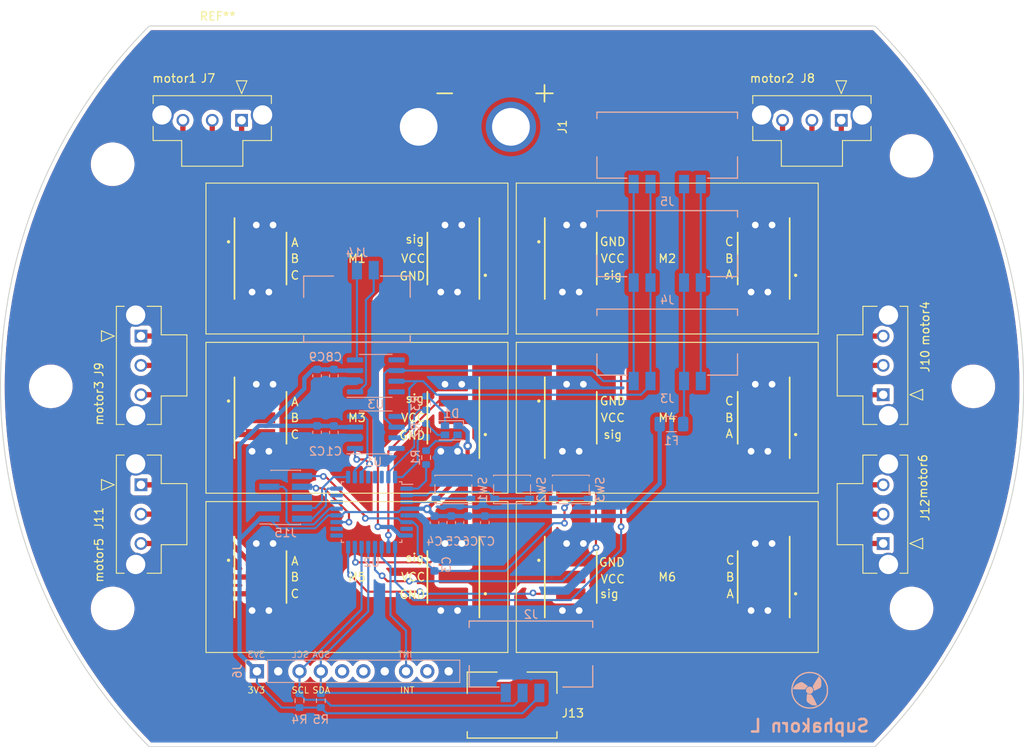
<source format=kicad_pcb>
(kicad_pcb (version 20211014) (generator pcbnew)
  (layers (0 "F.Cu" signal) (31 "B.Cu" signal) (34 "B.Paste" user) (35 "F.Paste" user) (36 "B.SilkS" user "B.Silkscreen") (37 "F.SilkS" user "F.Silkscreen") (38 "B.Mask" user) (39 "F.Mask" user) (44 "Edge.Cuts" user))
  (net 0 "")
  (net 1 "+3V3")
  (net 2 "GND")
  (net 3 "/RST")
  (net 4 "Net-(D1-Pad2)")
  (net 5 "Net-(D1-Pad3)")
  (net 6 "Net-(D1-Pad4)")
  (net 7 "Net-(F1-Pad2)")
  (net 8 "+BATT")
  (net 9 "/SDA")
  (net 10 "/SCL")
  (net 11 "/CANL")
  (net 12 "/CANH")
  (net 13 "Net-(J3-Pad1)")
  (net 14 "/EDA")
  (net 15 "/ECL")
  (net 16 "/INT")
  (net 17 "/NCS")
  (net 18 "Net-(J7-Pad1)")
  (net 19 "Net-(J7-Pad2)")
  (net 20 "Net-(J7-Pad3)")
  (net 21 "Net-(J8-Pad1)")
  (net 22 "Net-(J8-Pad2)")
  (net 23 "Net-(J8-Pad3)")
  (net 24 "Net-(J9-Pad1)")
  (net 25 "Net-(J9-Pad2)")
  (net 26 "Net-(J9-Pad3)")
  (net 27 "Net-(J10-Pad1)")
  (net 28 "Net-(J10-Pad2)")
  (net 29 "Net-(J10-Pad3)")
  (net 30 "Net-(J11-Pad1)")
  (net 31 "Net-(J11-Pad2)")
  (net 32 "Net-(J11-Pad3)")
  (net 33 "Net-(J12-Pad1)")
  (net 34 "Net-(J12-Pad2)")
  (net 35 "Net-(J12-Pad3)")
  (net 36 "/Jetson_CAN_TX")
  (net 37 "/Jetson_CAN_RX")
  (net 38 "/NOGGIN/SWDIO")
  (net 39 "/NOGGIN/SWCLK")
  (net 41 "/NOGGIN/RX")
  (net 42 "/NOGGIN/TX")
  (net 43 "/LED_B")
  (net 44 "/LED_G")
  (net 45 "/LED_R")
  (net 46 "/DBG2")
  (net 47 "/DBG1")
  (net 48 "/CAN_TX")
  (net 49 "/CAN_RX")
  (net 52 "/NOGGIN/PA0")
  (net 53 "/MOTOR1")
  (net 54 "/MOTOR2")
  (net 55 "/MOTOR3")
  (net 56 "/MOTOR4")
  (net 57 "/MOTOR5")
  (net 58 "/MOTOR6")
  (net 59 "/NOGGIN/PB15")
  (net 60 "/NOGGIN/PA8")
  (net 61 "/NOGGIN/PA11")
  (net 62 "/NOGGIN/PA12")
  (net 63 "/NOGGIN/PD2")
  (net 64 "/NOGGIN/PD3")
  (net 65 "/NOGGIN/PB6")
  (footprint "urbparts:ESCB_mate" (layer "F.Cu") (at 168.5 122.75 180)
    (fp_text reference "M6")
    (fp_text value "ESCB")
  )
  (footprint "urbparts:ESCB_mate" (layer "F.Cu") (at 131.5 122.75)
    (fp_text reference "M5")
    (fp_text value "ESCB")
  )
  (footprint "extraparts:Molex_UltraFit_Vert_3pin" (layer "F.Cu") (at 194.25 101 90)
    (fp_text reference "J10")
    (fp_text value "motor4")
  )
  (footprint "extraparts:Molex_UltraFit_Vert_3pin" (layer "F.Cu") (at 189.25 68.25 180)
    (fp_text reference "J8")
    (fp_text value "motor2")
  )
  (footprint "urbparts:disk_edgecut" (layer "F.Cu") (at 150 100)
    (fp_text reference "REF**")
    (fp_text value "disk")
    (fp_line (start -43.265 -43) (end 43.265 -43) (layer "Edge.Cuts") (width 0.12))
    (fp_line (start -43.265 43) (end 43.265 43) (layer "Edge.Cuts") (width 0.12))
    (fp_arc (start 43.265 -43) (mid 60.998854 0) (end 43.265 43) (layer "Edge.Cuts") (width 0.12))
    (fp_arc (start -43.265 43) (mid -60.998854 0) (end -43.265 -43) (layer "Edge.Cuts") (width 0.12))
  )
  (footprint "extraparts:Molex_UltraFit_Vert_3pin" (layer "F.Cu") (at 117.75 68.25 180)
    (fp_text reference "J7")
    (fp_text value "motor1")
  )
  (footprint "urbparts:Conn_XT90" (layer "F.Cu") (at 149.8625 69.0375 90)
    (fp_text reference "J1")
    (fp_text value "BatteryIn")
  )
  (footprint "urbparts:ESCB_mate" (layer "F.Cu") (at 131.5 103.75)
    (fp_text reference "M3")
    (fp_text value "ESCB")
  )
  (footprint "urbparts:ESCB_mate" (layer "F.Cu") (at 168.5 84.75 180)
    (fp_text reference "M2")
    (fp_text value "ESCB")
  )
  (footprint "extraparts:Molex_DuraClik_Vert_2pin" (layer "F.Cu") (at 150 141.965)
    (fp_text reference "J13")
    (fp_text value "JetsonPWR")
  )
  (footprint "extraparts:Molex_UltraFit_Vert_3pin" (layer "F.Cu") (at 105.746499 94 -90)
    (fp_text reference "J9")
    (fp_text value "motor3")
  )
  (footprint "extraparts:Molex_UltraFit_Vert_3pin" (layer "F.Cu") (at 194.246498 118.75 90)
    (fp_text reference "J12")
    (fp_text value "motor6")
  )
  (footprint "urbparts:ESCB_mate" (layer "F.Cu") (at 168.5 103.75 180)
    (fp_text reference "M4")
    (fp_text value "ESCB")
  )
  (footprint "urbparts:ESCB_mate" (layer "F.Cu") (at 131.5 84.75)
    (fp_text reference "M1")
    (fp_text value "ESCB")
  )
  (footprint "extraparts:Molex_UltraFit_Vert_3pin" (layer "F.Cu") (at 105.746498 111.75 -90)
    (fp_text reference "J11")
    (fp_text value "motor5")
  )
  (footprint "Package_SO:SOIC-8_3.9x4.9mm_P1.27mm" (layer "B.Cu") (at 133.75 105.5)
    (fp_text reference "U1")
    (fp_text value "TCAN330G")
  )
  (footprint "Resistor_SMD:R_0603_1608Metric" (layer "B.Cu") (at 124.65 137.5 90)
    (fp_text reference "R4")
    (fp_text value "2k2")
  )
  (footprint "Resistor_SMD:R_0603_1608Metric" (layer "B.Cu") (at 139.75 105.25 90)
    (fp_text reference "R2")
    (fp_text value "47")
  )
  (footprint "Capacitor_SMD:C_0603_1608Metric" (layer "B.Cu") (at 146.75 116.25 -90)
    (fp_text reference "C7")
    (fp_text value "4.7u")
  )
  (footprint "LED_SMD:LED_Cree-PLCC4_2x2mm_CW" (layer "B.Cu") (at 142.75 105.25 180)
    (fp_text reference "D1")
    (fp_text value "LED_ARGB")
  )
  (footprint "extraparts:Molex_DuraClik_Vert_5pin" (layer "B.Cu") (at 168.5 79.035)
    (fp_text reference "J4")
    (fp_text value "Spine")
  )
  (footprint "extraparts:auv_logo" (layer "B.Cu") (at 185.5 136.25 180)
    (fp_text reference "G***" hide)
    (fp_text value "LOGO" hide)
  )
  (footprint "Connector_PinHeader_1.27mm:PinHeader_2x05_P1.27mm_Vertical_SMD" (layer "B.Cu") (at 123 113.25)
    (fp_text reference "J15")
    (fp_text value "SWD_UART")
  )
  (footprint "Resistor_SMD:R_0603_1608Metric" (layer "B.Cu") (at 139.75 102 90)
    (fp_text reference "R3")
    (fp_text value "47")
  )
  (footprint "Fuse:Fuse_1206_3216Metric" (layer "B.Cu") (at 169 104.5)
    (fp_text reference "F1")
    (fp_text value "1A")
  )
  (footprint "Package_QFP:LQFP-32_7x7mm_P0.8mm" (layer "B.Cu") (at 133.25 115 180)
    (fp_text reference "U2")
    (fp_text value "STM32G0B1KxTxN")
  )
  (footprint "Capacitor_SMD:C_0603_1608Metric" (layer "B.Cu") (at 128.75 98.75 -90)
    (fp_text reference "C8")
    (fp_text value "100n")
  )
  (footprint "Button_Switch_SMD:SW_SPST_PTS810" (layer "B.Cu") (at 150 112.3)
    (fp_text reference "SW2")
    (fp_text value "DBG1")
  )
  (footprint "extraparts:Molex_DuraClik_Vert_5pin" (layer "B.Cu") (at 168.5 67.285)
    (fp_text reference "J5")
    (fp_text value "Spine")
  )
  (footprint "Connector_PinHeader_2.54mm:PinHeader_1x10_P2.54mm_Vertical" (layer "B.Cu") (at 119.575 134 -90)
    (fp_text reference "J6")
    (fp_text value "IMU")
  )
  (footprint "Capacitor_SMD:C_0603_1608Metric" (layer "B.Cu") (at 126.75 98.75 -90)
    (fp_text reference "C9")
    (fp_text value "4.7u")
  )
  (footprint "Package_SO:SOIC-8_3.9x4.9mm_P1.27mm" (layer "B.Cu") (at 133.75 98.75)
    (fp_text reference "U3")
    (fp_text value "TCAN330G")
  )
  (footprint "Resistor_SMD:R_0603_1608Metric" (layer "B.Cu") (at 139.75 108.5 90)
    (fp_text reference "R1")
    (fp_text value "47")
  )
  (footprint "Capacitor_SMD:C_0603_1608Metric" (layer "B.Cu") (at 128.75 105.5 -90)
    (fp_text reference "C1")
    (fp_text value "100n")
  )
  (footprint "extraparts:Molex_DuraClik_Vert_5pin" (layer "B.Cu") (at 168.5 90.785)
    (fp_text reference "J3")
    (fp_text value "Spine")
  )
  (footprint "Capacitor_SMD:C_0603_1608Metric" (layer "B.Cu") (at 142.75 116.25 -90)
    (fp_text reference "C5")
    (fp_text value "4.7u")
  )
  (footprint "Resistor_SMD:R_0603_1608Metric" (layer "B.Cu") (at 127.2 137.5 90)
    (fp_text reference "R5")
    (fp_text value "2k2")
  )
  (footprint "Button_Switch_SMD:SW_SPST_PTS810" (layer "B.Cu") (at 157 112.3)
    (fp_text reference "SW3")
    (fp_text value "RST")
  )
  (footprint "Button_Switch_SMD:SW_SPST_PTS810" (layer "B.Cu") (at 143 112.3)
    (fp_text reference "SW1")
    (fp_text value "DBG2")
  )
  (footprint "extraparts:Molex_DuraClik_Vert_3pin" (layer "B.Cu") (at 131.5 94.715 180)
    (fp_text reference "J14")
    (fp_text value "JetsonCAN")
  )
  (footprint "Capacitor_SMD:C_0603_1608Metric" (layer "B.Cu") (at 126.75 105.48 -90)
    (fp_text reference "C2")
    (fp_text value "4.7u")
  )
  (footprint "extraparts:Molex_DuraClik_Vert_4pin" (layer "B.Cu") (at 152.25 128)
    (fp_text reference "J2")
    (fp_text value "I2C")
  )
  (footprint "Capacitor_SMD:C_0603_1608Metric" (layer "B.Cu") (at 144.75 116.25 -90)
    (fp_text reference "C6")
    (fp_text value "100n")
  )
  (footprint "Capacitor_SMD:C_0603_1608Metric" (layer "B.Cu") (at 140.75 116.25 -90)
    (fp_text reference "C4")
    (fp_text value "100n")
  )
  (footprint "Capacitor_SMD:C_0603_1608Metric" (layer "B.Cu") (at 140.75 121.25 90)
    (fp_text reference "C3")
    (fp_text value "100n")
  )
  (gr_text "INT" (at 137.25 132) (layer "B.SilkS") (effects (font (size 0.75 0.75) (thickness 0.1)) (justify mirror)))
  (gr_text "Suphakorn L" (at 185.5 140.5) (layer "B.SilkS") (effects (font (size 1.5 1.5) (thickness 0.3)) (justify mirror)))
  (gr_text "SCL" (at 124.75 132) (layer "B.SilkS") (effects (font (size 0.75 0.75) (thickness 0.1)) (justify mirror)))
  (gr_text "3V3" (at 119.5 132) (layer "B.SilkS") (effects (font (size 0.75 0.75) (thickness 0.1)) (justify mirror)))
  (gr_text "SDA" (at 127.25 132) (layer "B.SilkS") (effects (font (size 0.75 0.75) (thickness 0.1)) (justify mirror)))
  (gr_text "3V3" (at 119.5 136.25) (layer "F.SilkS") (effects (font (size 0.75 0.75) (thickness 0.1))))
  (gr_text "INT" (at 137.5 136.25) (layer "F.SilkS") (effects (font (size 0.75 0.75) (thickness 0.1))))
  (gr_text "SCL" (at 124.75 136.25) (layer "F.SilkS") (effects (font (size 0.75 0.75) (thickness 0.1))))
  (gr_text "SDA" (at 127.25 136.25) (layer "F.SilkS") (effects (font (size 0.75 0.75) (thickness 0.1))))
  (segment (start 144.700367 107.107502) (end 144.700367 109.809133) (width 0.508) (layer "F.Cu") (net 1))
  (segment (start 144.700367 109.809133) (end 139.875 114.6345) (width 0.508) (layer "F.Cu") (net 1))
  (via (at 144.700367 107.107502) (size 1.016) (drill 0.508) (layers "F.Cu" "B.Cu") (net 1))
  (via (at 139.875 114.6345) (size 1.016) (drill 0.508) (layers "F.Cu" "B.Cu") (net 1))
  (segment (start 137.425 114.6) (end 139.875 114.6) (width 0.508) (layer "B.Cu") (net 1))
  (segment (start 120.478742 104.705) (end 126.75 104.705) (width 0.508) (layer "B.Cu") (net 1))
  (segment (start 136.836455 114.6) (end 137.425 114.6) (width 0.254) (layer "B.Cu") (net 1))
  (segment (start 126.275 97.975) (end 126.75 97.975) (width 0.508) (layer "B.Cu") (net 1))
  (segment (start 144.700367 107.107502) (end 144.700367 105.450367) (width 0.508) (layer "B.Cu") (net 1))
  (segment (start 127.875 139) (end 127.2 138.325) (width 0.254) (layer "B.Cu") (net 1))
  (segment (start 153.25 137) (end 151.25 139) (width 0.254) (layer "B.Cu") (net 1))
  (segment (start 136.436455 115) (end 136.836455 114.6) (width 0.254) (layer "B.Cu") (net 1))
  (segment (start 119.575 135.375) (end 119.575 134) (width 0.254) (layer "B.Cu") (net 1))
  (segment (start 128.89 104.865) (end 128.75 104.725) (width 0.508) (layer "B.Cu") (net 1))
  (segment (start 125.2275 99.0225) (end 126.275 97.975) (width 0.508) (layer "B.Cu") (net 1))
  (segment (start 117.5 107) (end 119.795 104.705) (width 0.508) (layer "B.Cu") (net 1))
  (segment (start 126.77 104.725) (end 126.75 104.705) (width 0.508) (layer "B.Cu") (net 1))
  (segment (start 167.6 111.6) (end 167.6 104.5) (width 0.508) (layer "B.Cu") (net 1))
  (segment (start 127.2 138.325) (end 124.65 138.325) (width 0.254) (layer "B.Cu") (net 1))
  (segment (start 142.75 115.475) (end 144.75 115.475) (width 0.508) (layer "B.Cu") (net 1))
  (segment (start 128.75 97.975) (end 126.75 97.975) (width 0.508) (layer "B.Cu") (net 1))
  (segment (start 117.5 131.925) (end 117.5 118.25) (width 0.508) (layer "B.Cu") (net 1))
  (segment (start 146.75 115.475) (end 163.725 115.475) (width 0.508) (layer "B.Cu") (net 1))
  (segment (start 129.663545 115.4) (end 130.063545 115) (width 0.254) (layer "B.Cu") (net 1))
  (segment (start 131.275 98.115) (end 128.89 98.115) (width 0.508) (layer "B.Cu") (net 1))
  (segment (start 144.700367 105.450367) (end 143.95 104.7) (width 0.508) (layer "B.Cu") (net 1))
  (segment (start 124.65 138.325) (end 122.525 138.325) (width 0.254) (layer "B.Cu") (net 1))
  (segment (start 122.200031 116.940031) (end 121.05 115.79) (width 0.254) (layer "B.Cu") (net 1))
  (segment (start 143.95 104.7) (end 143.5 104.7) (width 0.508) (layer "B.Cu") (net 1))
  (segment (start 128.75 104.725) (end 126.77 104.725) (width 0.508) (layer "B.Cu") (net 1))
  (segment (start 128.066374 115.4) (end 126.526343 116.940031) (width 0.254) (layer "B.Cu") (net 1))
  (segment (start 117.5 118.25) (end 117.5 107) (width 0.508) (layer "B.Cu") (net 1))
  (segment (start 120.478742 104.705) (end 120.795 104.705) (width 0.508) (layer "B.Cu") (net 1))
  (segment (start 119.96 115.79) (end 117.5 118.25) (width 0.508) (layer "B.Cu") (net 1))
  (segment (start 121.05 115.79) (end 119.96 115.79) (width 0.508) (layer "B.Cu") (net 1))
  (segment (start 129.075 115.4) (end 128.066374 115.4) (width 0.254) (layer "B.Cu") (net 1))
  (segment (start 120.795 104.705) (end 125.2275 100.2725) (width 0.508) (layer "B.Cu") (net 1))
  (segment (start 122.525 138.325) (end 119.575 135.375) (width 0.254) (layer "B.Cu") (net 1))
  (segment (start 139.875 114.6) (end 140.75 115.475) (width 0.508) (layer "B.Cu") (net 1))
  (segment (start 140.75 115.475) (end 142.75 115.475) (width 0.508) (layer "B.Cu") (net 1))
  (segment (start 125.2275 100.2725) (end 125.2275 99.0225) (width 0.508) (layer "B.Cu") (net 1))
  (segment (start 151.25 139) (end 127.875 139) (width 0.254) (layer "B.Cu") (net 1))
  (segment (start 153.25 136.58) (end 153.25 137) (width 0.254) (layer "B.Cu") (net 1))
  (segment (start 131.135 97.975) (end 131.275 98.115) (width 0.254) (layer "B.Cu") (net 1))
  (segment (start 128.89 98.115) (end 128.75 97.975) (width 0.508) (layer "B.Cu") (net 1))
  (segment (start 130.063545 115) (end 136.436455 115) (width 0.254) (layer "B.Cu") (net 1))
  (segment (start 119.795 104.705) (end 120.478742 104.705) (width 0.508) (layer "B.Cu") (net 1))
  (segment (start 129.075 115.4) (end 129.663545 115.4) (width 0.254) (layer "B.Cu") (net 1))
  (segment (start 126.526343 116.940031) (end 122.200031 116.940031) (width 0.254) (layer "B.Cu") (net 1))
  (segment (start 144.75 115.475) (end 146.75 115.475) (width 0.508) (layer "B.Cu") (net 1))
  (segment (start 131.275 104.865) (end 128.89 104.865) (width 0.508) (layer "B.Cu") (net 1))
  (segment (start 119.575 134) (end 117.5 131.925) (width 0.508) (layer "B.Cu") (net 1))
  (segment (start 163.725 115.475) (end 167.6 111.6) (width 0.508) (layer "B.Cu") (net 1))
  (segment (start 137.425 115.4) (end 139.125 115.4) (width 0.508) (layer "B.Cu") (net 2))
  (segment (start 140.75 120.475) (end 140.75 117.025) (width 0.508) (layer "B.Cu") (net 2))
  (segment (start 142.75 117.025) (end 144.75 117.025) (width 0.508) (layer "B.Cu") (net 2))
  (segment (start 140.75 117.025) (end 142.75 117.025) (width 0.508) (layer "B.Cu") (net 2))
  (segment (start 139.125 115.4) (end 140.75 117.025) (width 0.508) (layer "B.Cu") (net 2))
  (segment (start 146.75 117.025) (end 144.75 117.025) (width 0.508) (layer "B.Cu") (net 2))
  (segment (start 127.75 110.75) (end 127.5 110.75) (width 0.254) (layer "F.Cu") (net 3))
  (segment (start 156.25 116.3285) (end 156.25 114.5) (width 0.254) (layer "F.Cu") (net 3))
  (segment (start 132.5 115.5) (end 127.75 110.75) (width 0.254) (layer "F.Cu") (net 3))
  (segment (start 132.5 115.75) (end 132.5 115.5) (width 0.254) (layer "F.Cu") (net 3))
  (via (at 132.5 115.75) (size 0.8) (drill 0.4) (layers "F.Cu" "B.Cu") (net 3))
  (via (at 156.25 116.3285) (size 0.8) (drill 0.4) (layers "F.Cu" "B.Cu") (net 3))
  (via (at 156.25 114.5) (size 0.8) (drill 0.4) (layers "F.Cu" "B.Cu") (net 3))
  (via (at 127.5 110.75) (size 0.8) (drill 0.4) (layers "F.Cu" "B.Cu") (net 3))
  (segment (start 149.225 122.025) (end 140.75 122.025) (width 0.254) (layer "B.Cu") (net 3))
  (segment (start 154.925 113.375) (end 159.075 113.375) (width 0.254) (layer "B.Cu") (net 3))
  (segment (start 136.386455 115.75) (end 136.836455 116.2) (width 0.254) (layer "B.Cu") (net 3))
  (segment (start 157.375 113.375) (end 159.075 113.375) (width 0.254) (layer "B.Cu") (net 3))
  (segment (start 138.75 116.75) (end 138.2 116.2) (width 0.254) (layer "B.Cu") (net 3))
  (segment (start 138.2 116.2) (end 137.425 116.2) (width 0.254) (layer "B.Cu") (net 3))
  (segment (start 124.95 110.71) (end 127.46 110.71) (width 0.254) (layer "B.Cu") (net 3))
  (segment (start 140.75 122.025) (end 138.75 120.025) (width 0.254) (layer "B.Cu") (net 3))
  (segment (start 132.5 115.75) (end 136.386455 115.75) (width 0.254) (layer "B.Cu") (net 3))
  (segment (start 138.75 120.025) (end 138.75 116.75) (width 0.254) (layer "B.Cu") (net 3))
  (segment (start 156.25 114.5) (end 157.375 113.375) (width 0.254) (layer "B.Cu") (net 3))
  (segment (start 127.46 110.71) (end 127.5 110.75) (width 0.254) (layer "B.Cu") (net 3))
  (segment (start 136.836455 116.2) (end 137.425 116.2) (width 0.254) (layer "B.Cu") (net 3))
  (segment (start 156.25 116.3285) (end 154.9215 116.3285) (width 0.254) (layer "B.Cu") (net 3))
  (segment (start 154.9215 116.3285) (end 149.225 122.025) (width 0.254) (layer "B.Cu") (net 3))
  (segment (start 142 103.25) (end 142 104.7) (width 0.254) (layer "B.Cu") (net 4))
  (segment (start 142 103.25) (end 139.925 101.175) (width 0.254) (layer "B.Cu") (net 4))
  (segment (start 139.925 101.175) (end 139.75 101.175) (width 0.254) (layer "B.Cu") (net 4))
  (segment (start 139.75 101.175) (end 139.75 101.2) (width 0.254) (layer "B.Cu") (net 4))
  (segment (start 142 105.8) (end 141.125 105.8) (width 0.254) (layer "B.Cu") (net 5))
  (segment (start 141.125 105.8) (end 139.75 104.425) (width 0.254) (layer "B.Cu") (net 5))
  (segment (start 143.5 105.8) (end 143.45 105.8) (width 0.254) (layer "B.Cu") (net 6))
  (segment (start 142.723489 106.526511) (end 140.898489 106.526511) (width 0.254) (layer "B.Cu") (net 6))
  (segment (start 143.45 105.8) (end 142.723489 106.526511) (width 0.254) (layer "B.Cu") (net 6))
  (segment (start 140.898489 106.526511) (end 139.75 107.675) (width 0.254) (layer "B.Cu") (net 6))
  (segment (start 170.5 99.365) (end 170.5 87.615) (width 0.254) (layer "B.Cu") (net 7))
  (segment (start 170.5 87.615) (end 170.5 75.865) (width 0.254) (layer "B.Cu") (net 7))
  (segment (start 170.5 104.4) (end 170.5 99.365) (width 0.254) (layer "B.Cu") (net 7))
  (segment (start 170.4 104.5) (end 170.5 104.4) (width 0.254) (layer "B.Cu") (net 7))
  (segment (start 132.85 119.175) (end 132.85 126.85) (width 0.254) (layer "B.Cu") (net 9))
  (segment (start 127.195 136.67) (end 127.2 136.675) (width 0.254) (layer "B.Cu") (net 9))
  (segment (start 127.195 132.505) (end 127.195 134) (width 0.254) (layer "B.Cu") (net 9))
  (segment (start 127.195 134) (end 127.195 136.67) (width 0.254) (layer "B.Cu") (net 9))
  (segment (start 132.85 126.85) (end 127.195 132.505) (width 0.254) (layer "B.Cu") (net 9))
  (segment (start 127.295 136.58) (end 127.2 136.675) (width 0.254) (layer "B.Cu") (net 9))
  (segment (start 149.25 136.58) (end 127.295 136.58) (width 0.254) (layer "B.Cu") (net 9))
  (segment (start 132.05 119.175) (end 132.05 126.605) (width 0.254) (layer "B.Cu") (net 10))
  (segment (start 125.37652 137.40152) (end 124.65 136.675) (width 0.254) (layer "B.Cu") (net 10))
  (segment (start 127.693091 137.40152) (end 125.37652 137.40152) (width 0.254) (layer "B.Cu") (net 10))
  (segment (start 124.655 134) (end 124.655 136.67) (width 0.254) (layer "B.Cu") (net 10))
  (segment (start 151.25 136.58) (end 151.25 137.08) (width 0.254) (layer "B.Cu") (net 10))
  (segment (start 151.25 137.08) (end 150.23 138.1) (width 0.254) (layer "B.Cu") (net 10))
  (segment (start 150.23 138.1) (end 128.391571 138.1) (width 0.254) (layer "B.Cu") (net 10))
  (segment (start 132.05 126.605) (end 124.655 134) (width 0.254) (layer "B.Cu") (net 10))
  (segment (start 128.391571 138.1) (end 127.693091 137.40152) (width 0.254) (layer "B.Cu") (net 10))
  (segment (start 124.655 136.67) (end 124.65 136.675) (width 0.254) (layer "B.Cu") (net 10))
  (segment (start 134.75 103.768901) (end 134.75 98.5) (width 0.254) (layer "B.Cu") (net 11))
  (segment (start 159.615 98.115) (end 160.865 99.365) (width 0.254) (layer "B.Cu") (net 11))
  (segment (start 134.75 98.5) (end 135.135 98.115) (width 0.254) (layer "B.Cu") (net 11))
  (segment (start 135.846099 104.865) (end 134.75 103.768901) (width 0.254) (layer "B.Cu") (net 11))
  (segment (start 164.5 99.365) (end 164.5 87.615) (width 0.254) (layer "B.Cu") (net 11))
  (segment (start 164.5 75.865) (end 164.5 87.615) (width 0.254) (layer "B.Cu") (net 11))
  (segment (start 136.225 104.865) (end 135.846099 104.865) (width 0.254) (layer "B.Cu") (net 11))
  (segment (start 160.865 99.365) (end 164.5 99.365) (width 0.254) (layer "B.Cu") (net 11))
  (segment (start 135.135 98.115) (end 136.225 98.115) (width 0.254) (layer "B.Cu") (net 11))
  (segment (start 136.225 98.115) (end 159.615 98.115) (width 0.254) (layer "B.Cu") (net 11))
  (segment (start 141 101) (end 165.365 101) (width 0.254) (layer "B.Cu") (net 12))
  (segment (start 136.225 99.385) (end 138.865 99.385) (width 0.254) (layer "B.Cu") (net 12))
  (segment (start 136.225 106.135) (end 136.615 106.135) (width 0.254) (layer "B.Cu") (net 12))
  (segment (start 165.365 101) (end 166.5 99.865) (width 0.254) (layer "B.Cu") (net 12))
  (segment (start 138.865 99.385) (end 139.385 99.385) (width 0.254) (layer "B.Cu") (net 12))
  (segment (start 139.385 99.385) (end 141 101) (width 0.254) (layer "B.Cu") (net 12))
  (segment (start 138.615 99.385) (end 138.865 99.385) (width 0.254) (layer "B.Cu") (net 12))
  (segment (start 137.75 100.25) (end 138.615 99.385) (width 0.254) (layer "B.Cu") (net 12))
  (segment (start 166.5 99.865) (end 166.5 99.365) (width 0.254) (layer "B.Cu") (net 12))
  (segment (start 137.75 105) (end 137.75 100.25) (width 0.254) (layer "B.Cu") (net 12))
  (segment (start 166.5 99.365) (end 166.5 87.615) (width 0.254) (layer "B.Cu") (net 12))
  (segment (start 136.615 106.135) (end 137.75 105) (width 0.254) (layer "B.Cu") (net 12))
  (segment (start 166.5 87.615) (end 166.5 75.865) (width 0.254) (layer "B.Cu") (net 12))
  (segment (start 172.5 99.365) (end 172.5 87.615) (width 0.254) (layer "B.Cu") (net 13))
  (segment (start 172.5 87.615) (end 172.5 75.865) (width 0.254) (layer "B.Cu") (net 13))
  (segment (start 134.45 119.175) (end 134.45 120.45) (width 0.254) (layer "B.Cu") (net 16))
  (segment (start 135.5 121.5) (end 135.5 127.3) (width 0.254) (layer "B.Cu") (net 16))
  (segment (start 135.5 127.3) (end 137.355 129.155) (width 0.254) (layer "B.Cu") (net 16))
  (segment (start 137.355 129.155) (end 137.355 134) (width 0.254) (layer "B.Cu") (net 16))
  (segment (start 134.45 120.45) (end 135.5 121.5) (width 0.254) (layer "B.Cu") (net 16))
  (segment (start 117.75 81.6) (end 117.75 68.25) (width 0.635) (layer "F.Cu") (net 18))
  (segment (start 118.9 82.75) (end 117.75 81.6) (width 0.635) (layer "F.Cu") (net 18))
  (segment (start 120 82.75) (end 118.9 82.75) (width 0.635) (layer "F.Cu") (net 18))
  (segment (start 120 84.75) (end 118.25 84.75) (width 0.635) (layer "F.Cu") (net 19))
  (segment (start 114.249999 80.749999) (end 114.249999 68.25) (width 0.635) (layer "F.Cu") (net 19))
  (segment (start 118.25 84.75) (end 114.249999 80.749999) (width 0.635) (layer "F.Cu") (net 19))
  (segment (start 110.749999 79.884999) (end 110.749999 68.25) (width 0.635) (layer "F.Cu") (net 20))
  (segment (start 120 86.75) (end 117.615 86.75) (width 0.635) (layer "F.Cu") (net 20))
  (segment (start 117.615 86.75) (end 110.749999 79.884999) (width 0.635) (layer "F.Cu") (net 20))
  (segment (start 189.25 79.885) (end 189.25 68.25) (width 0.635) (layer "F.Cu") (net 21))
  (segment (start 182.385 86.75) (end 189.25 79.885) (width 0.635) (layer "F.Cu") (net 21))
  (segment (start 180 86.75) (end 182.385 86.75) (width 0.635) (layer "F.Cu") (net 21))
  (segment (start 182.385 84.75) (end 185.749999 81.385001) (width 0.635) (layer "F.Cu") (net 22))
  (segment (start 180 84.75) (end 182.385 84.75) (width 0.635) (layer "F.Cu") (net 22))
  (segment (start 185.749999 81.385001) (end 185.749999 68.25) (width 0.635) (layer "F.Cu") (net 22))
  (segment (start 181.1 82.75) (end 182.249999 81.600001) (width 0.635) (layer "F.Cu") (net 23))
  (segment (start 182.249999 81.600001) (end 182.249999 68.25) (width 0.635) (layer "F.Cu") (net 23))
  (segment (start 180 82.75) (end 181.1 82.75) (width 0.635) (layer "F.Cu") (net 23))
  (segment (start 109.75 94) (end 105.746499 94) (width 0.635) (layer "F.Cu") (net 24))
  (segment (start 117.5 101.75) (end 109.75 94) (width 0.635) (layer "F.Cu") (net 24))
  (segment (start 120 101.75) (end 117.5 101.75) (width 0.635) (layer "F.Cu") (net 24))
  (segment (start 110.500001 97.500001) (end 105.746499 97.500001) (width 0.635) (layer "F.Cu") (net 25))
  (segment (start 120 103.75) (end 116.75 103.75) (width 0.635) (layer "F.Cu") (net 25))
  (segment (start 116.75 103.75) (end 110.500001 97.500001) (width 0.635) (layer "F.Cu") (net 25))
  (segment (start 120 105.75) (end 115.75 105.75) (width 0.635) (layer "F.Cu") (net 26))
  (segment (start 111.000001 101.000001) (end 105.746499 101.000001) (width 0.635) (layer "F.Cu") (net 26))
  (segment (start 115.75 105.75) (end 111.000001 101.000001) (width 0.635) (layer "F.Cu") (net 26))
  (segment (start 191.25 101) (end 194.25 101) (width 0.635) (layer "F.Cu") (net 27))
  (segment (start 186.5 105.75) (end 191.25 101) (width 0.635) (layer "F.Cu") (net 27))
  (segment (start 180 105.75) (end 186.5 105.75) (width 0.635) (layer "F.Cu") (net 27))
  (segment (start 184.75 103.75) (end 191.000001 97.499999) (width 0.635) (layer "F.Cu") (net 28))
  (segment (start 180 103.75) (end 184.75 103.75) (width 0.635) (layer "F.Cu") (net 28))
  (segment (start 191.000001 97.499999) (end 194.25 97.499999) (width 0.635) (layer "F.Cu") (net 28))
  (segment (start 190.750001 93.999999) (end 194.25 93.999999) (width 0.635) (layer "F.Cu") (net 29))
  (segment (start 183 101.75) (end 190.750001 93.999999) (width 0.635) (layer "F.Cu") (net 29))
  (segment (start 180 101.75) (end 183 101.75) (width 0.635) (layer "F.Cu") (net 29))
  (segment (start 109.5 111.75) (end 105.746498 111.75) (width 0.635) (layer "F.Cu") (net 30))
  (segment (start 118.5 120.75) (end 109.5 111.75) (width 0.635) (layer "F.Cu") (net 30))
  (segment (start 120 120.75) (end 118.5 120.75) (width 0.635) (layer "F.Cu") (net 30))
  (segment (start 116.75 122.75) (end 109.25 115.25) (width 0.635) (layer "F.Cu") (net 31))
  (segment (start 109.25 115.25) (end 105.746498 115.250001) (width 0.635) (layer "F.Cu") (net 31))
  (segment (start 120 122.75) (end 116.75 122.75) (width 0.635) (layer "F.Cu") (net 31))
  (segment (start 120 124.75) (end 115.25 124.75) (width 0.635) (layer "F.Cu") (net 32))
  (segment (start 109.250001 118.750001) (end 105.746498 118.750001) (width 0.635) (layer "F.Cu") (net 32))
  (segment (start 115.25 124.75) (end 109.250001 118.750001) (width 0.635) (layer "F.Cu") (net 32))
  (segment (start 190.75 118.75) (end 194.246498 118.75) (width 0.635) (layer "F.Cu") (net 33))
  (segment (start 184.75 124.75) (end 190.75 118.75) (width 0.635) (layer "F.Cu") (net 33))
  (segment (start 180 124.75) (end 184.75 124.75) (width 0.635) (layer "F.Cu") (net 33))
  (segment (start 183.25 122.75) (end 190.75 115.25) (width 0.635) (layer "F.Cu") (net 34))
  (segment (start 190.75 115.25) (end 194.246498 115.249999) (width 0.635) (layer "F.Cu") (net 34))
  (segment (start 180 122.75) (end 183.25 122.75) (width 0.635) (layer "F.Cu") (net 34))
  (segment (start 181.25 120.75) (end 190.250001 111.749999) (width 0.635) (layer "F.Cu") (net 35))
  (segment (start 180 120.75) (end 181.25 120.75) (width 0.635) (layer "F.Cu") (net 35))
  (segment (start 190.250001 111.749999) (end 194.246498 111.749999) (width 0.635) (layer "F.Cu") (net 35))
  (segment (start 132.57652 99.732381) (end 132.57652 89.67348) (width 0.254) (layer "B.Cu") (net 36))
  (segment (start 131.653901 100.655) (end 132.57652 99.732381) (width 0.254) (layer "B.Cu") (net 36))
  (segment (start 133.5 88.75) (end 133.5 86.135) (width 0.254) (layer "B.Cu") (net 36))
  (segment (start 131.275 100.655) (end 131.653901 100.655) (width 0.254) (layer "B.Cu") (net 36))
  (segment (start 132.57652 89.67348) (end 133.5 88.75) (width 0.254) (layer "B.Cu") (net 36))
  (segment (start 131.275 96.845) (end 131.5 96.62) (width 0.254) (layer "B.Cu") (net 37))
  (segment (start 131.5 96.62) (end 131.5 86.135) (width 0.254) (layer "B.Cu") (net 37))
  (segment (start 124.95 115.79) (end 126.20848 115.79) (width 0.254) (layer "B.Cu") (net 38))
  (segment (start 128.05 112.2) (end 129.075 112.2) (width 0.254) (layer "B.Cu") (net 38))
  (segment (start 127.8 112.45) (end 128.05 112.2) (width 0.254) (layer "B.Cu") (net 38))
  (segment (start 126.20848 115.79) (end 127.8 114.19848) (width 0.254) (layer "B.Cu") (net 38))
  (segment (start 127.8 114.19848) (end 127.8 112.45) (width 0.254) (layer "B.Cu") (net 38))
  (segment (start 127.34648 113.7) (end 126.52648 114.52) (width 0.254) (layer "B.Cu") (net 39))
  (segment (start 130.45 110.825) (end 128.675 110.825) (width 0.254) (layer "B.Cu") (net 39))
  (segment (start 128.675 110.825) (end 127.34648 112.15352) (width 0.254) (layer "B.Cu") (net 39))
  (segment (start 126.52648 114.52) (end 124.95 114.52) (width 0.254) (layer "B.Cu") (net 39))
  (segment (start 127.34648 112.15352) (end 127.34648 113.7) (width 0.254) (layer "B.Cu") (net 39))
  (segment (start 126.338489 116.486511) (end 128.225 114.6) (width 0.254) (layer "B.Cu") (net 41))
  (segment (start 123.1 116.1) (end 123.486511 116.486511) (width 0.254) (layer "B.Cu") (net 41))
  (segment (start 123.1 112.4) (end 123.1 116.1) (width 0.254) (layer "B.Cu") (net 41))
  (segment (start 122.68 111.98) (end 123.1 112.4) (width 0.254) (layer "B.Cu") (net 41))
  (segment (start 121.05 111.98) (end 122.68 111.98) (width 0.254) (layer "B.Cu") (net 41))
  (segment (start 128.225 114.6) (end 129.075 114.6) (width 0.254) (layer "B.Cu") (net 41))
  (segment (start 123.486511 116.486511) (end 126.338489 116.486511) (width 0.254) (layer "B.Cu") (net 41))
  (segment (start 130.55 116.2) (end 130.55 115.15) (width 0.254) (layer "F.Cu") (net 42))
  (segment (start 127.547881 112.147881) (end 126.620001 112.147881) (width 0.254) (layer "F.Cu") (net 42))
  (segment (start 130.55 115.15) (end 127.547881 112.147881) (width 0.254) (layer "F.Cu") (net 42))
  (via (at 130.55 116.2) (size 0.8) (drill 0.4) (layers "F.Cu" "B.Cu") (net 42))
  (via (at 126.620001 112.147881) (size 0.8) (drill 0.4) (layers "F.Cu" "B.Cu") (net 42))
  (segment (start 126.45212 111.98) (end 126.620001 112.147881) (width 0.254) (layer "B.Cu") (net 42))
  (segment (start 124.95 111.98) (end 126.45212 111.98) (width 0.254) (layer "B.Cu") (net 42))
  (segment (start 130.55 116.2) (end 129.075 116.2) (width 0.254) (layer "B.Cu") (net 42))
  (segment (start 137.425 112.2) (end 138.8 112.2) (width 0.254) (layer "B.Cu") (net 43))
  (segment (start 139.75 111.25) (end 139.75 109.325) (width 0.254) (layer "B.Cu") (net 43))
  (segment (start 138.8 112.2) (end 139.75 111.25) (width 0.254) (layer "B.Cu") (net 43))
  (segment (start 138.75 106.5) (end 139.175 106.075) (width 0.254) (layer "B.Cu") (net 44))
  (segment (start 136.925 110.825) (end 138.75 109) (width 0.254) (layer "B.Cu") (net 44))
  (segment (start 138.75 109) (end 138.75 106.5) (width 0.254) (layer "B.Cu") (net 44))
  (segment (start 136.05 110.825) (end 136.925 110.825) (width 0.254) (layer "B.Cu") (net 44))
  (segment (start 139.175 106.075) (end 139.75 106.075) (width 0.254) (layer "B.Cu") (net 44))
  (segment (start 138.925 102.825) (end 139.75 102.825) (width 0.2032) (layer "B.Cu") (net 45))
  (segment (start 138.32188 103.42812) (end 138.925 102.825) (width 0.2032) (layer "B.Cu") (net 45))
  (segment (start 135.25 110.272376) (end 138.32188 107.200496) (width 0.2032) (layer "B.Cu") (net 45))
  (segment (start 138.32188 107.200496) (end 138.32188 103.42812) (width 0.2032) (layer "B.Cu") (net 45))
  (segment (start 135.25 110.825) (end 135.25 110.272376) (width 0.2032) (layer "B.Cu") (net 45))
  (segment (start 137.425 113.8) (end 140.5 113.8) (width 0.254) (layer "B.Cu") (net 46))
  (segment (start 140.5 113.8) (end 140.925 113.375) (width 0.254) (layer "B.Cu") (net 46))
  (segment (start 145.075 113.375) (end 140.925 113.375) (width 0.254) (layer "B.Cu") (net 46))
  (segment (start 147.925 113.375) (end 152.075 113.375) (width 0.254) (layer "B.Cu") (net 47))
  (segment (start 139.85 113) (end 140.25 112.6) (width 0.254) (layer "B.Cu") (net 47))
  (segment (start 140.25 112.6) (end 147.15 112.6) (width 0.254) (layer "B.Cu") (net 47))
  (segment (start 137.425 113) (end 139.85 113) (width 0.254) (layer "B.Cu") (net 47))
  (segment (start 147.15 112.6) (end 147.925 113.375) (width 0.254) (layer "B.Cu") (net 47))
  (segment (start 132.472565 108.722565) (end 133 109.25) (width 0.254) (layer "F.Cu") (net 48))
  (segment (start 131.472565 108.722565) (end 132.472565 108.722565) (width 0.254) (layer "F.Cu") (net 48))
  (via (at 131.472565 108.722565) (size 0.8) (drill 0.4) (layers "F.Cu" "B.Cu") (net 48))
  (via (at 133 109.25) (size 0.8) (drill 0.4) (layers "F.Cu" "B.Cu") (net 48))
  (segment (start 132.05 110.2) (end 132.05 110.825) (width 0.254) (layer "B.Cu") (net 48))
  (segment (start 133 109.25) (end 132.05 110.2) (width 0.254) (layer "B.Cu") (net 48))
  (segment (start 131.275 108.525) (end 131.275 107.405) (width 0.254) (layer "B.Cu") (net 48))
  (segment (start 131.472565 108.722565) (end 131.275 108.525) (width 0.254) (layer "B.Cu") (net 48))
  (segment (start 132.75 108.472557) (end 132.75 104) (width 0.254) (layer "B.Cu") (net 49))
  (segment (start 131.25 110.825) (end 131.25 109.972557) (width 0.254) (layer "B.Cu") (net 49))
  (segment (start 132.345 103.595) (end 131.275 103.595) (width 0.254) (layer "B.Cu") (net 49))
  (segment (start 132.75 104) (end 132.345 103.595) (width 0.254) (layer "B.Cu") (net 49))
  (segment (start 131.25 109.972557) (end 132.75 108.472557) (width 0.254) (layer "B.Cu") (net 49))
  (segment (start 134 89.75) (end 141 82.75) (width 0.254) (layer "F.Cu") (net 53))
  (segment (start 134 116.75) (end 134 89.75) (width 0.254) (layer "F.Cu") (net 53))
  (segment (start 141 82.75) (end 143 82.75) (width 0.254) (layer "F.Cu") (net 53))
  (via (at 134 116.75) (size 0.8) (drill 0.4) (layers "F.Cu" "B.Cu") (net 53))
  (segment (start 135.63737 116.78052) (end 136.65685 117.8) (width 0.508) (layer "B.Cu") (net 53))
  (segment (start 136.65685 117.8) (end 137.425 117.8) (width 0.508) (layer "B.Cu") (net 53))
  (segment (start 134 116.75) (end 134.03052 116.78052) (width 0.508) (layer "B.Cu") (net 53))
  (segment (start 134.03052 116.78052) (end 135.63737 116.78052) (width 0.508) (layer "B.Cu") (net 53))
  (segment (start 163 91.5) (end 158.25 86.75) (width 0.254) (layer "F.Cu") (net 54))
  (segment (start 158.25 86.75) (end 157 86.75) (width 0.254) (layer "F.Cu") (net 54))
  (segment (start 163 116.75) (end 163 91.5) (width 0.254) (layer "F.Cu") (net 54))
  (via (at 163 116.75) (size 0.8) (drill 0.4) (layers "F.Cu" "B.Cu") (net 54))
  (segment (start 157 125.5) (end 138.25 125.5) (width 0.254) (layer "B.Cu") (net 54))
  (segment (start 163 119.5) (end 157 125.5) (width 0.254) (layer "B.Cu") (net 54))
  (segment (start 138.25 125.5) (end 136.05 123.3) (width 0.254) (layer "B.Cu") (net 54))
  (segment (start 163 116.75) (end 163 119.5) (width 0.254) (layer "B.Cu") (net 54))
  (segment (start 136.05 123.3) (end 136.05 119.175) (width 0.254) (layer "B.Cu") (net 54))
  (segment (start 141.25 101.75) (end 143 101.75) (width 0.254) (layer "F.Cu") (net 55))
  (segment (start 135.25 107.75) (end 141.25 101.75) (width 0.254) (layer "F.Cu") (net 55))
  (segment (start 135.25 117.75) (end 135.25 107.75) (width 0.254) (layer "F.Cu") (net 55))
  (via (at 135.25 117.75) (size 0.8) (drill 0.4) (layers "F.Cu" "B.Cu") (net 55))
  (segment (start 135.25 119.175) (end 135.25 117.75) (width 0.254) (layer "B.Cu") (net 55))
  (segment (start 160 119.25) (end 160 106.25) (width 0.254) (layer "F.Cu") (net 56))
  (segment (start 160 106.25) (end 159.5 105.75) (width 0.254) (layer "F.Cu") (net 56))
  (segment (start 135.1465 123.25) (end 137.75 123.25) (width 0.254) (layer "F.Cu") (net 56))
  (segment (start 159.5 105.75) (end 157 105.75) (width 0.254) (layer "F.Cu") (net 56))
  (segment (start 134.5 122.6035) (end 135.1465 123.25) (width 0.254) (layer "F.Cu") (net 56))
  (via (at 134.5 122.6035) (size 0.8) (drill 0.4) (layers "F.Cu" "B.Cu") (net 56))
  (via (at 160 119.25) (size 0.8) (drill 0.4) (layers "F.Cu" "B.Cu") (net 56))
  (via (at 137.75 123.25) (size 0.8) (drill 0.4) (layers "F.Cu" "B.Cu") (net 56))
  (segment (start 133.65 121.9) (end 133.65 119.175) (width 0.254) (layer "B.Cu") (net 56))
  (segment (start 160 119.25) (end 156 123.25) (width 0.254) (layer "B.Cu") (net 56))
  (segment (start 134.3535 122.6035) (end 133.65 121.9) (width 0.254) (layer "B.Cu") (net 56))
  (segment (start 156 123.25) (end 137.75 123.25) (width 0.254) (layer "B.Cu") (net 56))
  (segment (start 134.5 122.6035) (end 134.3535 122.6035) (width 0.254) (layer "B.Cu") (net 56))
  (segment (start 141.796489 120.75) (end 143 120.75) (width 0.508) (layer "F.Cu") (net 57))
  (segment (start 140.5 120.75) (end 143 120.75) (width 0.254) (layer "F.Cu") (net 57))
  (segment (start 140.25 121) (end 140.5 120.75) (width 0.254) (layer "F.Cu") (net 57))
  (segment (start 131.3235 121) (end 140.25 121) (width 0.254) (layer "F.Cu") (net 57))
  (via (at 131.3235 121) (size 0.8) (drill 0.4) (layers "F.Cu" "B.Cu") (net 57))
  (segment (start 131.25 120.9265) (end 131.3235 121) (width 0.254) (layer "B.Cu") (net 57))
  (segment (start 131.25 119.175) (end 131.25 120.9265) (width 0.254) (layer "B.Cu") (net 57))
  (segment (start 157 124.75) (end 152.6035 124.75) (width 0.254) (layer "F.Cu") (net 58))
  (segment (start 132.75 124.5) (end 139 124.5) (width 0.254) (layer "F.Cu") (net 58))
  (segment (start 130.75 122.5) (end 132.75 124.5) (width 0.254) (layer "F.Cu") (net 58))
  (segment (start 152.6035 124.75) (end 152.5 124.6465) (width 0.254) (layer "F.Cu") (net 58))
  (via (at 152.5 124.6465) (size 0.8) (drill 0.4) (layers "F.Cu" "B.Cu") (net 58))
  (via (at 130.75 122.5) (size 0.8) (drill 0.4) (layers "F.Cu" "B.Cu") (net 58))
  (via (at 139 124.5) (size 0.8) (drill 0.4) (layers "F.Cu" "B.Cu") (net 58))
  (segment (start 130.45 122.2) (end 130.45 119.175) (width 0.254) (layer "B.Cu") (net 58))
  (segment (start 152.3965 124.75) (end 139.25 124.75) (width 0.254) (layer "B.Cu") (net 58))
  (segment (start 139.25 124.75) (end 139 124.5) (width 0.254) (layer "B.Cu") (net 58))
  (segment (start 130.75 122.5) (end 130.45 122.2) (width 0.254) (layer "B.Cu") (net 58))
  (segment (start 152.5 124.6465) (end 152.3965 124.75) (width 0.254) (layer "B.Cu") (net 58))
  (zone (net 8) (net_name "+BATT") (layer "F.Cu") (priority 1) (connect_pads yes (clearance 0.508)) (min_thickness 0.254) (fill yes (thermal_gap 0.508) (thermal_bridge_width 0.508))
    (polygon (pts (xy 149.75 124.75) (xy 149.75 131.5) (xy 149.75 132) (xy 149.75 134.75) (xy 145.25 134.75) (xy 145.25 124.75) (xy 145.25 123.25) (xy 151.25 123.25)))
  )
  (zone (net 8) (net_name "+BATT") (layer "F.Cu") (priority 1) (connect_pads yes (clearance 0.508)) (min_thickness 0.254) (fill yes (thermal_gap 0.508) (thermal_bridge_width 0.508))
    (polygon (pts (xy 155.25 122) (xy 158.75 122) (xy 158.75 123.5) (xy 155.25 123.5) (xy 154.75 123.5) (xy 154.75 121.75)))
  )
  (zone (net 8) (net_name "+BATT") (layer "F.Cu") (priority 1) (connect_pads yes (clearance 0.508)) (min_thickness 0.254) (fill yes (thermal_gap 0.508) (thermal_bridge_width 0.508))
    (polygon (pts (xy 144.75 123.5) (xy 141.25 123.5) (xy 141.25 122) (xy 144.75 122) (xy 145.5 121.5) (xy 145.5 124)))
  )
  (zone (net 8) (net_name "+BATT") (layer "F.Cu") (priority 1) (connect_pads yes (clearance 0.508)) (min_thickness 0.254) (fill yes (thermal_gap 0.508) (thermal_bridge_width 0.508))
    (polygon (pts (xy 155.25 103) (xy 158.75 103) (xy 158.75 104.5) (xy 155.25 104.5) (xy 154.5 105) (xy 154.5 102.5)))
  )
  (zone (net 8) (net_name "+BATT") (layer "F.Cu") (priority 1) (connect_pads yes (clearance 0.508)) (min_thickness 0.254) (fill yes (thermal_gap 0.508) (thermal_bridge_width 0.508))
    (polygon (pts (xy 154.75 123.5) (xy 145.25 123.5) (xy 145.25 64.25) (xy 154.75 64.25)))
  )
  (zone (net 8) (net_name "+BATT") (layer "F.Cu") (priority 1) (connect_pads yes (clearance 0.508)) (min_thickness 0.254) (fill yes (thermal_gap 0.508) (thermal_bridge_width 0.508))
    (polygon (pts (xy 144.75 85.5) (xy 141.25 85.5) (xy 141.25 84) (xy 144.75 84) (xy 145.5 83.5) (xy 145.5 86)))
  )
  (zone (net 2) (net_name "GND") (layers F&B.Cu) (connect_pads yes (clearance 0.508)) (min_thickness 0.254) (fill yes (thermal_gap 0.508) (thermal_bridge_width 0.508))
    (polygon (pts (xy 195.5 59.25) (xy 196.5 60.5) (xy 198 62.25) (xy 200.5 65.75) (xy 201.5 67.25) (xy 203.75 71) (xy 205.25 74) (xy 206.25 76.25) (xy 206.75 77.5) (xy 208 81) (xy 208.5 82.5) (xy 209.25 85.25) (xy 209.75 87.75) (xy 210.25 90) (xy 210.5 92.5) (xy 211 97) (xy 211 102.5) (xy 210.75 106) (xy 210.5 108) (xy 209.75 112.25) (xy 209 115.75) (xy 208 119) (xy 207.25 121.25) (xy 206 124.25) (xy 205.25 126) (xy 204 128.5) (xy 202 132) (xy 200.5 134.25) (xy 198.75 136.75) (xy 196.5 139.5) (xy 194.75 141.5) (xy 193.25 143) (xy 106.75 143) (xy 104.75 141) (xy 103.5 139.5) (xy 101.5 137) (xy 100 135) (xy 98.5 132.75) (xy 97.38764 130.820226) (xy 96.25 128.75) (xy 95.25 127) (xy 94.25 124.75) (xy 93.75 123.5) (xy 93 121.75) (xy 92.5 120.5) (xy 91.75 118) (xy 91.5 117.5) (xy 91.25 116.5) (xy 90.75 114.75) (xy 90.25 112.25) (xy 89.75 109.5) (xy 89.5 108) (xy 89.25 105.5) (xy 89 102) (xy 89 97.75) (xy 89.25 95.25) (xy 89.25 94) (xy 89.75 90.5) (xy 90 89) (xy 90.5 86.5) (xy 91.25 83.5) (xy 92.25 80.25) (xy 93.25 77.5) (xy 94.5 74.5) (xy 95.5 72.5) (xy 96.75 70.25) (xy 98.75 67) (xy 100 65) (xy 101.25 63.25) (xy 103.25 60.75) (xy 105 58.75) (xy 106.75 57) (xy 193.25 57)))
  )
  (zone (net 8) (net_name "+BATT") (layer "F.Cu") (priority 1) (connect_pads yes (clearance 0.508)) (min_thickness 0.254) (fill yes (thermal_gap 0.508) (thermal_bridge_width 0.508))
    (polygon (pts (xy 155.25 84) (xy 158.75 84) (xy 158.75 85.5) (xy 155.25 85.5) (xy 154.5 86) (xy 154.5 83.5)))
  )
  (zone (net 8) (net_name "+BATT") (layer "F.Cu") (priority 1) (connect_pads yes (clearance 0.508)) (min_thickness 0.254) (fill yes (thermal_gap 0.508) (thermal_bridge_width 0.508))
    (polygon (pts (xy 144.75 104.5) (xy 141.25 104.5) (xy 141.25 103) (xy 144.75 103) (xy 145.5 102.5) (xy 145.5 105)))
  )
)
</source>
